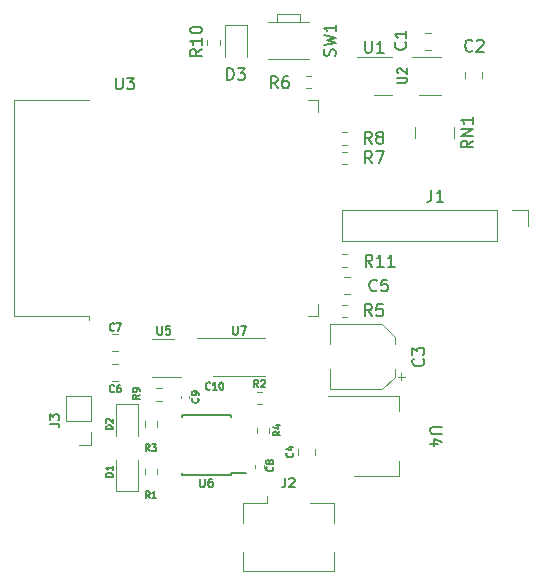
<source format=gbr>
%TF.GenerationSoftware,KiCad,Pcbnew,(5.1.10-1-10_14)*%
%TF.CreationDate,2021-06-21T19:24:18+01:00*%
%TF.ProjectId,IAQ_Project,4941515f-5072-46f6-9a65-63742e6b6963,rev?*%
%TF.SameCoordinates,Original*%
%TF.FileFunction,Legend,Top*%
%TF.FilePolarity,Positive*%
%FSLAX46Y46*%
G04 Gerber Fmt 4.6, Leading zero omitted, Abs format (unit mm)*
G04 Created by KiCad (PCBNEW (5.1.10-1-10_14)) date 2021-06-21 19:24:18*
%MOMM*%
%LPD*%
G01*
G04 APERTURE LIST*
%ADD10C,0.120000*%
%ADD11C,0.150000*%
G04 APERTURE END LIST*
D10*
%TO.C,U3*%
X68355000Y-100820000D02*
X69135000Y-100820000D01*
X69135000Y-100820000D02*
X69135000Y-99820000D01*
X68355000Y-82580000D02*
X69135000Y-82580000D01*
X69135000Y-82580000D02*
X69135000Y-83580000D01*
X43390000Y-100820000D02*
X43390000Y-82580000D01*
X43390000Y-82580000D02*
X49810000Y-82580000D01*
X43390000Y-100820000D02*
X49810000Y-100820000D01*
X49810000Y-100820000D02*
X49810000Y-101200000D01*
%TO.C,U1*%
X72425000Y-78940000D02*
X75425000Y-78940000D01*
X73925000Y-82160000D02*
X75425000Y-82160000D01*
%TO.C,U2*%
X79550000Y-78940000D02*
X77100000Y-78940000D01*
X77750000Y-82160000D02*
X79550000Y-82160000D01*
%TO.C,U4*%
X76010000Y-114410000D02*
X76010000Y-113150000D01*
X76010000Y-107590000D02*
X76010000Y-108850000D01*
X72250000Y-114410000D02*
X76010000Y-114410000D01*
X70000000Y-107590000D02*
X76010000Y-107590000D01*
%TO.C,C3*%
X76212500Y-106297500D02*
X76212500Y-105672500D01*
X76525000Y-105985000D02*
X75900000Y-105985000D01*
X75660000Y-102604437D02*
X74595563Y-101540000D01*
X75660000Y-105995563D02*
X74595563Y-107060000D01*
X75660000Y-105995563D02*
X75660000Y-105360000D01*
X75660000Y-102604437D02*
X75660000Y-103240000D01*
X74595563Y-101540000D02*
X70140000Y-101540000D01*
X74595563Y-107060000D02*
X70140000Y-107060000D01*
X70140000Y-107060000D02*
X70140000Y-105360000D01*
X70140000Y-101540000D02*
X70140000Y-103240000D01*
%TO.C,C1*%
X78188748Y-76840000D02*
X78711252Y-76840000D01*
X78188748Y-78310000D02*
X78711252Y-78310000D01*
%TO.C,C2*%
X81615000Y-80188748D02*
X81615000Y-80711252D01*
X83085000Y-80188748D02*
X83085000Y-80711252D01*
%TO.C,C4*%
X68935000Y-112611252D02*
X68935000Y-112088748D01*
X67465000Y-112611252D02*
X67465000Y-112088748D01*
%TO.C,C5*%
X71861252Y-98985000D02*
X71338748Y-98985000D01*
X71861252Y-97515000D02*
X71338748Y-97515000D01*
%TO.C,C6*%
X51738748Y-106335000D02*
X52261252Y-106335000D01*
X51738748Y-104865000D02*
X52261252Y-104865000D01*
%TO.C,C7*%
X52261252Y-103835000D02*
X51738748Y-103835000D01*
X52261252Y-102365000D02*
X51738748Y-102365000D01*
%TO.C,C8*%
X63840000Y-113677836D02*
X63840000Y-113462164D01*
X64560000Y-113677836D02*
X64560000Y-113462164D01*
%TO.C,C9*%
X57540000Y-107592164D02*
X57540000Y-107807836D01*
X58260000Y-107592164D02*
X58260000Y-107807836D01*
%TO.C,D1*%
X52040000Y-113000000D02*
X52040000Y-115685000D01*
X52040000Y-115685000D02*
X53960000Y-115685000D01*
X53960000Y-115685000D02*
X53960000Y-113000000D01*
%TO.C,D2*%
X52040000Y-108315000D02*
X52040000Y-111000000D01*
X53960000Y-108315000D02*
X52040000Y-108315000D01*
X53960000Y-111000000D02*
X53960000Y-108315000D01*
%TO.C,D3*%
X63190000Y-78880000D02*
X63190000Y-76195000D01*
X63190000Y-76195000D02*
X61270000Y-76195000D01*
X61270000Y-76195000D02*
X61270000Y-78880000D01*
%TO.C,J2*%
X62790000Y-118350000D02*
X62790000Y-116640000D01*
X62790000Y-116640000D02*
X64850000Y-116640000D01*
X70510000Y-118350000D02*
X70510000Y-116640000D01*
X70510000Y-116640000D02*
X68450000Y-116640000D01*
X62790000Y-122460000D02*
X62790000Y-120850000D01*
X64850000Y-116640000D02*
X64850000Y-116050000D01*
X70510000Y-122460000D02*
X70510000Y-120850000D01*
X62790000Y-122460000D02*
X70510000Y-122460000D01*
%TO.C,R1*%
X54477500Y-114237258D02*
X54477500Y-113762742D01*
X55522500Y-114237258D02*
X55522500Y-113762742D01*
%TO.C,R2*%
X63962742Y-107277500D02*
X64437258Y-107277500D01*
X63962742Y-108322500D02*
X64437258Y-108322500D01*
%TO.C,R3*%
X54477500Y-109762742D02*
X54477500Y-110237258D01*
X55522500Y-109762742D02*
X55522500Y-110237258D01*
%TO.C,R4*%
X65022500Y-110312742D02*
X65022500Y-110787258D01*
X63977500Y-110312742D02*
X63977500Y-110787258D01*
%TO.C,R5*%
X71162742Y-100922500D02*
X71637258Y-100922500D01*
X71162742Y-99877500D02*
X71637258Y-99877500D01*
%TO.C,R6*%
X68112742Y-80527500D02*
X68587258Y-80527500D01*
X68112742Y-81572500D02*
X68587258Y-81572500D01*
%TO.C,R7*%
X71162742Y-86927500D02*
X71637258Y-86927500D01*
X71162742Y-87972500D02*
X71637258Y-87972500D01*
%TO.C,R8*%
X71162742Y-86322500D02*
X71637258Y-86322500D01*
X71162742Y-85277500D02*
X71637258Y-85277500D01*
%TO.C,R9*%
X55462742Y-108022500D02*
X55937258Y-108022500D01*
X55462742Y-106977500D02*
X55937258Y-106977500D01*
%TO.C,R10*%
X60822500Y-77937258D02*
X60822500Y-77462742D01*
X59777500Y-77937258D02*
X59777500Y-77462742D01*
%TO.C,R11*%
X71162742Y-95627500D02*
X71637258Y-95627500D01*
X71162742Y-96672500D02*
X71637258Y-96672500D01*
%TO.C,SW1*%
X65700000Y-75950000D02*
X65700000Y-75300000D01*
X65700000Y-75300000D02*
X67600000Y-75300000D01*
X67600000Y-75300000D02*
X67600000Y-75950000D01*
X68400000Y-79050000D02*
X64900000Y-79050000D01*
X64900000Y-75950000D02*
X68400000Y-75950000D01*
%TO.C,U5*%
X56940000Y-102790000D02*
X55140000Y-102790000D01*
X55140000Y-106010000D02*
X57590000Y-106010000D01*
D11*
%TO.C,U6*%
X61765000Y-114335000D02*
X61765000Y-114135000D01*
X57615000Y-114335000D02*
X57615000Y-114135000D01*
X57615000Y-109185000D02*
X57615000Y-109385000D01*
X61765000Y-109185000D02*
X61765000Y-109385000D01*
X61765000Y-114335000D02*
X57615000Y-114335000D01*
X61765000Y-109185000D02*
X57615000Y-109185000D01*
X61765000Y-114135000D02*
X63065000Y-114135000D01*
D10*
%TO.C,U7*%
X62500000Y-105910000D02*
X64700000Y-105910000D01*
X62500000Y-105910000D02*
X60300000Y-105910000D01*
X62500000Y-102690000D02*
X64700000Y-102690000D01*
X62500000Y-102690000D02*
X58900000Y-102690000D01*
%TO.C,J3*%
X49960000Y-111760000D02*
X48900000Y-111760000D01*
X49960000Y-110700000D02*
X49960000Y-111760000D01*
X49960000Y-109700000D02*
X47840000Y-109700000D01*
X47840000Y-109700000D02*
X47840000Y-107640000D01*
X49960000Y-109700000D02*
X49960000Y-107640000D01*
X49960000Y-107640000D02*
X47840000Y-107640000D01*
%TO.C,J1*%
X71175000Y-91840000D02*
X71175000Y-94500000D01*
X84335000Y-91860000D02*
X71275000Y-91860000D01*
X84335000Y-94520000D02*
X71175000Y-94500000D01*
X84335000Y-91860000D02*
X84335000Y-94520000D01*
X85605000Y-91860000D02*
X86935000Y-91860000D01*
X86935000Y-91860000D02*
X86935000Y-93190000D01*
%TO.C,RN1*%
X80705000Y-85800000D02*
X80705000Y-84800000D01*
X77345000Y-85800000D02*
X77345000Y-84800000D01*
%TO.C,U3*%
D11*
X52038095Y-80652380D02*
X52038095Y-81461904D01*
X52085714Y-81557142D01*
X52133333Y-81604761D01*
X52228571Y-81652380D01*
X52419047Y-81652380D01*
X52514285Y-81604761D01*
X52561904Y-81557142D01*
X52609523Y-81461904D01*
X52609523Y-80652380D01*
X52990476Y-80652380D02*
X53609523Y-80652380D01*
X53276190Y-81033333D01*
X53419047Y-81033333D01*
X53514285Y-81080952D01*
X53561904Y-81128571D01*
X53609523Y-81223809D01*
X53609523Y-81461904D01*
X53561904Y-81557142D01*
X53514285Y-81604761D01*
X53419047Y-81652380D01*
X53133333Y-81652380D01*
X53038095Y-81604761D01*
X52990476Y-81557142D01*
%TO.C,U1*%
X73138095Y-77552380D02*
X73138095Y-78361904D01*
X73185714Y-78457142D01*
X73233333Y-78504761D01*
X73328571Y-78552380D01*
X73519047Y-78552380D01*
X73614285Y-78504761D01*
X73661904Y-78457142D01*
X73709523Y-78361904D01*
X73709523Y-77552380D01*
X74709523Y-78552380D02*
X74138095Y-78552380D01*
X74423809Y-78552380D02*
X74423809Y-77552380D01*
X74328571Y-77695238D01*
X74233333Y-77790476D01*
X74138095Y-77838095D01*
%TO.C,U2*%
X75861904Y-81109523D02*
X76509523Y-81109523D01*
X76585714Y-81071428D01*
X76623809Y-81033333D01*
X76661904Y-80957142D01*
X76661904Y-80804761D01*
X76623809Y-80728571D01*
X76585714Y-80690476D01*
X76509523Y-80652380D01*
X75861904Y-80652380D01*
X75938095Y-80309523D02*
X75900000Y-80271428D01*
X75861904Y-80195238D01*
X75861904Y-80004761D01*
X75900000Y-79928571D01*
X75938095Y-79890476D01*
X76014285Y-79852380D01*
X76090476Y-79852380D01*
X76204761Y-79890476D01*
X76661904Y-80347619D01*
X76661904Y-79852380D01*
%TO.C,U4*%
X79647619Y-110238095D02*
X78838095Y-110238095D01*
X78742857Y-110285714D01*
X78695238Y-110333333D01*
X78647619Y-110428571D01*
X78647619Y-110619047D01*
X78695238Y-110714285D01*
X78742857Y-110761904D01*
X78838095Y-110809523D01*
X79647619Y-110809523D01*
X79314285Y-111714285D02*
X78647619Y-111714285D01*
X79695238Y-111476190D02*
X78980952Y-111238095D01*
X78980952Y-111857142D01*
%TO.C,C3*%
X78057142Y-104466666D02*
X78104761Y-104514285D01*
X78152380Y-104657142D01*
X78152380Y-104752380D01*
X78104761Y-104895238D01*
X78009523Y-104990476D01*
X77914285Y-105038095D01*
X77723809Y-105085714D01*
X77580952Y-105085714D01*
X77390476Y-105038095D01*
X77295238Y-104990476D01*
X77200000Y-104895238D01*
X77152380Y-104752380D01*
X77152380Y-104657142D01*
X77200000Y-104514285D01*
X77247619Y-104466666D01*
X77152380Y-104133333D02*
X77152380Y-103514285D01*
X77533333Y-103847619D01*
X77533333Y-103704761D01*
X77580952Y-103609523D01*
X77628571Y-103561904D01*
X77723809Y-103514285D01*
X77961904Y-103514285D01*
X78057142Y-103561904D01*
X78104761Y-103609523D01*
X78152380Y-103704761D01*
X78152380Y-103990476D01*
X78104761Y-104085714D01*
X78057142Y-104133333D01*
%TO.C,C1*%
X76557142Y-77666666D02*
X76604761Y-77714285D01*
X76652380Y-77857142D01*
X76652380Y-77952380D01*
X76604761Y-78095238D01*
X76509523Y-78190476D01*
X76414285Y-78238095D01*
X76223809Y-78285714D01*
X76080952Y-78285714D01*
X75890476Y-78238095D01*
X75795238Y-78190476D01*
X75700000Y-78095238D01*
X75652380Y-77952380D01*
X75652380Y-77857142D01*
X75700000Y-77714285D01*
X75747619Y-77666666D01*
X76652380Y-76714285D02*
X76652380Y-77285714D01*
X76652380Y-77000000D02*
X75652380Y-77000000D01*
X75795238Y-77095238D01*
X75890476Y-77190476D01*
X75938095Y-77285714D01*
%TO.C,C2*%
X82233333Y-78357142D02*
X82185714Y-78404761D01*
X82042857Y-78452380D01*
X81947619Y-78452380D01*
X81804761Y-78404761D01*
X81709523Y-78309523D01*
X81661904Y-78214285D01*
X81614285Y-78023809D01*
X81614285Y-77880952D01*
X81661904Y-77690476D01*
X81709523Y-77595238D01*
X81804761Y-77500000D01*
X81947619Y-77452380D01*
X82042857Y-77452380D01*
X82185714Y-77500000D01*
X82233333Y-77547619D01*
X82614285Y-77547619D02*
X82661904Y-77500000D01*
X82757142Y-77452380D01*
X82995238Y-77452380D01*
X83090476Y-77500000D01*
X83138095Y-77547619D01*
X83185714Y-77642857D01*
X83185714Y-77738095D01*
X83138095Y-77880952D01*
X82566666Y-78452380D01*
X83185714Y-78452380D01*
%TO.C,C4*%
X67014285Y-112450000D02*
X67042857Y-112478571D01*
X67071428Y-112564285D01*
X67071428Y-112621428D01*
X67042857Y-112707142D01*
X66985714Y-112764285D01*
X66928571Y-112792857D01*
X66814285Y-112821428D01*
X66728571Y-112821428D01*
X66614285Y-112792857D01*
X66557142Y-112764285D01*
X66500000Y-112707142D01*
X66471428Y-112621428D01*
X66471428Y-112564285D01*
X66500000Y-112478571D01*
X66528571Y-112450000D01*
X66671428Y-111935714D02*
X67071428Y-111935714D01*
X66442857Y-112078571D02*
X66871428Y-112221428D01*
X66871428Y-111850000D01*
%TO.C,C5*%
X74133333Y-98657142D02*
X74085714Y-98704761D01*
X73942857Y-98752380D01*
X73847619Y-98752380D01*
X73704761Y-98704761D01*
X73609523Y-98609523D01*
X73561904Y-98514285D01*
X73514285Y-98323809D01*
X73514285Y-98180952D01*
X73561904Y-97990476D01*
X73609523Y-97895238D01*
X73704761Y-97800000D01*
X73847619Y-97752380D01*
X73942857Y-97752380D01*
X74085714Y-97800000D01*
X74133333Y-97847619D01*
X75038095Y-97752380D02*
X74561904Y-97752380D01*
X74514285Y-98228571D01*
X74561904Y-98180952D01*
X74657142Y-98133333D01*
X74895238Y-98133333D01*
X74990476Y-98180952D01*
X75038095Y-98228571D01*
X75085714Y-98323809D01*
X75085714Y-98561904D01*
X75038095Y-98657142D01*
X74990476Y-98704761D01*
X74895238Y-98752380D01*
X74657142Y-98752380D01*
X74561904Y-98704761D01*
X74514285Y-98657142D01*
%TO.C,C6*%
X51900000Y-107214285D02*
X51871428Y-107242857D01*
X51785714Y-107271428D01*
X51728571Y-107271428D01*
X51642857Y-107242857D01*
X51585714Y-107185714D01*
X51557142Y-107128571D01*
X51528571Y-107014285D01*
X51528571Y-106928571D01*
X51557142Y-106814285D01*
X51585714Y-106757142D01*
X51642857Y-106700000D01*
X51728571Y-106671428D01*
X51785714Y-106671428D01*
X51871428Y-106700000D01*
X51900000Y-106728571D01*
X52414285Y-106671428D02*
X52300000Y-106671428D01*
X52242857Y-106700000D01*
X52214285Y-106728571D01*
X52157142Y-106814285D01*
X52128571Y-106928571D01*
X52128571Y-107157142D01*
X52157142Y-107214285D01*
X52185714Y-107242857D01*
X52242857Y-107271428D01*
X52357142Y-107271428D01*
X52414285Y-107242857D01*
X52442857Y-107214285D01*
X52471428Y-107157142D01*
X52471428Y-107014285D01*
X52442857Y-106957142D01*
X52414285Y-106928571D01*
X52357142Y-106900000D01*
X52242857Y-106900000D01*
X52185714Y-106928571D01*
X52157142Y-106957142D01*
X52128571Y-107014285D01*
%TO.C,C7*%
X51900000Y-102014285D02*
X51871428Y-102042857D01*
X51785714Y-102071428D01*
X51728571Y-102071428D01*
X51642857Y-102042857D01*
X51585714Y-101985714D01*
X51557142Y-101928571D01*
X51528571Y-101814285D01*
X51528571Y-101728571D01*
X51557142Y-101614285D01*
X51585714Y-101557142D01*
X51642857Y-101500000D01*
X51728571Y-101471428D01*
X51785714Y-101471428D01*
X51871428Y-101500000D01*
X51900000Y-101528571D01*
X52100000Y-101471428D02*
X52500000Y-101471428D01*
X52242857Y-102071428D01*
%TO.C,C8*%
X65314285Y-113600000D02*
X65342857Y-113628571D01*
X65371428Y-113714285D01*
X65371428Y-113771428D01*
X65342857Y-113857142D01*
X65285714Y-113914285D01*
X65228571Y-113942857D01*
X65114285Y-113971428D01*
X65028571Y-113971428D01*
X64914285Y-113942857D01*
X64857142Y-113914285D01*
X64800000Y-113857142D01*
X64771428Y-113771428D01*
X64771428Y-113714285D01*
X64800000Y-113628571D01*
X64828571Y-113600000D01*
X65028571Y-113257142D02*
X65000000Y-113314285D01*
X64971428Y-113342857D01*
X64914285Y-113371428D01*
X64885714Y-113371428D01*
X64828571Y-113342857D01*
X64800000Y-113314285D01*
X64771428Y-113257142D01*
X64771428Y-113142857D01*
X64800000Y-113085714D01*
X64828571Y-113057142D01*
X64885714Y-113028571D01*
X64914285Y-113028571D01*
X64971428Y-113057142D01*
X65000000Y-113085714D01*
X65028571Y-113142857D01*
X65028571Y-113257142D01*
X65057142Y-113314285D01*
X65085714Y-113342857D01*
X65142857Y-113371428D01*
X65257142Y-113371428D01*
X65314285Y-113342857D01*
X65342857Y-113314285D01*
X65371428Y-113257142D01*
X65371428Y-113142857D01*
X65342857Y-113085714D01*
X65314285Y-113057142D01*
X65257142Y-113028571D01*
X65142857Y-113028571D01*
X65085714Y-113057142D01*
X65057142Y-113085714D01*
X65028571Y-113142857D01*
%TO.C,C9*%
X59014285Y-107800000D02*
X59042857Y-107828571D01*
X59071428Y-107914285D01*
X59071428Y-107971428D01*
X59042857Y-108057142D01*
X58985714Y-108114285D01*
X58928571Y-108142857D01*
X58814285Y-108171428D01*
X58728571Y-108171428D01*
X58614285Y-108142857D01*
X58557142Y-108114285D01*
X58500000Y-108057142D01*
X58471428Y-107971428D01*
X58471428Y-107914285D01*
X58500000Y-107828571D01*
X58528571Y-107800000D01*
X59071428Y-107514285D02*
X59071428Y-107400000D01*
X59042857Y-107342857D01*
X59014285Y-107314285D01*
X58928571Y-107257142D01*
X58814285Y-107228571D01*
X58585714Y-107228571D01*
X58528571Y-107257142D01*
X58500000Y-107285714D01*
X58471428Y-107342857D01*
X58471428Y-107457142D01*
X58500000Y-107514285D01*
X58528571Y-107542857D01*
X58585714Y-107571428D01*
X58728571Y-107571428D01*
X58785714Y-107542857D01*
X58814285Y-107514285D01*
X58842857Y-107457142D01*
X58842857Y-107342857D01*
X58814285Y-107285714D01*
X58785714Y-107257142D01*
X58728571Y-107228571D01*
%TO.C,C10*%
X60014285Y-107014285D02*
X59985714Y-107042857D01*
X59900000Y-107071428D01*
X59842857Y-107071428D01*
X59757142Y-107042857D01*
X59700000Y-106985714D01*
X59671428Y-106928571D01*
X59642857Y-106814285D01*
X59642857Y-106728571D01*
X59671428Y-106614285D01*
X59700000Y-106557142D01*
X59757142Y-106500000D01*
X59842857Y-106471428D01*
X59900000Y-106471428D01*
X59985714Y-106500000D01*
X60014285Y-106528571D01*
X60585714Y-107071428D02*
X60242857Y-107071428D01*
X60414285Y-107071428D02*
X60414285Y-106471428D01*
X60357142Y-106557142D01*
X60300000Y-106614285D01*
X60242857Y-106642857D01*
X60957142Y-106471428D02*
X61014285Y-106471428D01*
X61071428Y-106500000D01*
X61100000Y-106528571D01*
X61128571Y-106585714D01*
X61157142Y-106700000D01*
X61157142Y-106842857D01*
X61128571Y-106957142D01*
X61100000Y-107014285D01*
X61071428Y-107042857D01*
X61014285Y-107071428D01*
X60957142Y-107071428D01*
X60900000Y-107042857D01*
X60871428Y-107014285D01*
X60842857Y-106957142D01*
X60814285Y-106842857D01*
X60814285Y-106700000D01*
X60842857Y-106585714D01*
X60871428Y-106528571D01*
X60900000Y-106500000D01*
X60957142Y-106471428D01*
%TO.C,D1*%
X51771428Y-114442857D02*
X51171428Y-114442857D01*
X51171428Y-114300000D01*
X51200000Y-114214285D01*
X51257142Y-114157142D01*
X51314285Y-114128571D01*
X51428571Y-114100000D01*
X51514285Y-114100000D01*
X51628571Y-114128571D01*
X51685714Y-114157142D01*
X51742857Y-114214285D01*
X51771428Y-114300000D01*
X51771428Y-114442857D01*
X51771428Y-113528571D02*
X51771428Y-113871428D01*
X51771428Y-113700000D02*
X51171428Y-113700000D01*
X51257142Y-113757142D01*
X51314285Y-113814285D01*
X51342857Y-113871428D01*
%TO.C,D2*%
X51771428Y-110442857D02*
X51171428Y-110442857D01*
X51171428Y-110300000D01*
X51200000Y-110214285D01*
X51257142Y-110157142D01*
X51314285Y-110128571D01*
X51428571Y-110100000D01*
X51514285Y-110100000D01*
X51628571Y-110128571D01*
X51685714Y-110157142D01*
X51742857Y-110214285D01*
X51771428Y-110300000D01*
X51771428Y-110442857D01*
X51228571Y-109871428D02*
X51200000Y-109842857D01*
X51171428Y-109785714D01*
X51171428Y-109642857D01*
X51200000Y-109585714D01*
X51228571Y-109557142D01*
X51285714Y-109528571D01*
X51342857Y-109528571D01*
X51428571Y-109557142D01*
X51771428Y-109900000D01*
X51771428Y-109528571D01*
%TO.C,D3*%
X61461904Y-80852380D02*
X61461904Y-79852380D01*
X61700000Y-79852380D01*
X61842857Y-79900000D01*
X61938095Y-79995238D01*
X61985714Y-80090476D01*
X62033333Y-80280952D01*
X62033333Y-80423809D01*
X61985714Y-80614285D01*
X61938095Y-80709523D01*
X61842857Y-80804761D01*
X61700000Y-80852380D01*
X61461904Y-80852380D01*
X62366666Y-79852380D02*
X62985714Y-79852380D01*
X62652380Y-80233333D01*
X62795238Y-80233333D01*
X62890476Y-80280952D01*
X62938095Y-80328571D01*
X62985714Y-80423809D01*
X62985714Y-80661904D01*
X62938095Y-80757142D01*
X62890476Y-80804761D01*
X62795238Y-80852380D01*
X62509523Y-80852380D01*
X62414285Y-80804761D01*
X62366666Y-80757142D01*
%TO.C,J2*%
X66383333Y-114561904D02*
X66383333Y-115133333D01*
X66345238Y-115247619D01*
X66269047Y-115323809D01*
X66154761Y-115361904D01*
X66078571Y-115361904D01*
X66726190Y-114638095D02*
X66764285Y-114600000D01*
X66840476Y-114561904D01*
X67030952Y-114561904D01*
X67107142Y-114600000D01*
X67145238Y-114638095D01*
X67183333Y-114714285D01*
X67183333Y-114790476D01*
X67145238Y-114904761D01*
X66688095Y-115361904D01*
X67183333Y-115361904D01*
%TO.C,R1*%
X54900000Y-116271428D02*
X54700000Y-115985714D01*
X54557142Y-116271428D02*
X54557142Y-115671428D01*
X54785714Y-115671428D01*
X54842857Y-115700000D01*
X54871428Y-115728571D01*
X54900000Y-115785714D01*
X54900000Y-115871428D01*
X54871428Y-115928571D01*
X54842857Y-115957142D01*
X54785714Y-115985714D01*
X54557142Y-115985714D01*
X55471428Y-116271428D02*
X55128571Y-116271428D01*
X55300000Y-116271428D02*
X55300000Y-115671428D01*
X55242857Y-115757142D01*
X55185714Y-115814285D01*
X55128571Y-115842857D01*
%TO.C,R2*%
X64100000Y-106871428D02*
X63900000Y-106585714D01*
X63757142Y-106871428D02*
X63757142Y-106271428D01*
X63985714Y-106271428D01*
X64042857Y-106300000D01*
X64071428Y-106328571D01*
X64100000Y-106385714D01*
X64100000Y-106471428D01*
X64071428Y-106528571D01*
X64042857Y-106557142D01*
X63985714Y-106585714D01*
X63757142Y-106585714D01*
X64328571Y-106328571D02*
X64357142Y-106300000D01*
X64414285Y-106271428D01*
X64557142Y-106271428D01*
X64614285Y-106300000D01*
X64642857Y-106328571D01*
X64671428Y-106385714D01*
X64671428Y-106442857D01*
X64642857Y-106528571D01*
X64300000Y-106871428D01*
X64671428Y-106871428D01*
%TO.C,R3*%
X54900000Y-112271428D02*
X54700000Y-111985714D01*
X54557142Y-112271428D02*
X54557142Y-111671428D01*
X54785714Y-111671428D01*
X54842857Y-111700000D01*
X54871428Y-111728571D01*
X54900000Y-111785714D01*
X54900000Y-111871428D01*
X54871428Y-111928571D01*
X54842857Y-111957142D01*
X54785714Y-111985714D01*
X54557142Y-111985714D01*
X55100000Y-111671428D02*
X55471428Y-111671428D01*
X55271428Y-111900000D01*
X55357142Y-111900000D01*
X55414285Y-111928571D01*
X55442857Y-111957142D01*
X55471428Y-112014285D01*
X55471428Y-112157142D01*
X55442857Y-112214285D01*
X55414285Y-112242857D01*
X55357142Y-112271428D01*
X55185714Y-112271428D01*
X55128571Y-112242857D01*
X55100000Y-112214285D01*
%TO.C,R4*%
X65971428Y-110600000D02*
X65685714Y-110800000D01*
X65971428Y-110942857D02*
X65371428Y-110942857D01*
X65371428Y-110714285D01*
X65400000Y-110657142D01*
X65428571Y-110628571D01*
X65485714Y-110600000D01*
X65571428Y-110600000D01*
X65628571Y-110628571D01*
X65657142Y-110657142D01*
X65685714Y-110714285D01*
X65685714Y-110942857D01*
X65571428Y-110085714D02*
X65971428Y-110085714D01*
X65342857Y-110228571D02*
X65771428Y-110371428D01*
X65771428Y-110000000D01*
%TO.C,R5*%
X73733333Y-100852380D02*
X73400000Y-100376190D01*
X73161904Y-100852380D02*
X73161904Y-99852380D01*
X73542857Y-99852380D01*
X73638095Y-99900000D01*
X73685714Y-99947619D01*
X73733333Y-100042857D01*
X73733333Y-100185714D01*
X73685714Y-100280952D01*
X73638095Y-100328571D01*
X73542857Y-100376190D01*
X73161904Y-100376190D01*
X74638095Y-99852380D02*
X74161904Y-99852380D01*
X74114285Y-100328571D01*
X74161904Y-100280952D01*
X74257142Y-100233333D01*
X74495238Y-100233333D01*
X74590476Y-100280952D01*
X74638095Y-100328571D01*
X74685714Y-100423809D01*
X74685714Y-100661904D01*
X74638095Y-100757142D01*
X74590476Y-100804761D01*
X74495238Y-100852380D01*
X74257142Y-100852380D01*
X74161904Y-100804761D01*
X74114285Y-100757142D01*
%TO.C,R6*%
X65733333Y-81552380D02*
X65400000Y-81076190D01*
X65161904Y-81552380D02*
X65161904Y-80552380D01*
X65542857Y-80552380D01*
X65638095Y-80600000D01*
X65685714Y-80647619D01*
X65733333Y-80742857D01*
X65733333Y-80885714D01*
X65685714Y-80980952D01*
X65638095Y-81028571D01*
X65542857Y-81076190D01*
X65161904Y-81076190D01*
X66590476Y-80552380D02*
X66400000Y-80552380D01*
X66304761Y-80600000D01*
X66257142Y-80647619D01*
X66161904Y-80790476D01*
X66114285Y-80980952D01*
X66114285Y-81361904D01*
X66161904Y-81457142D01*
X66209523Y-81504761D01*
X66304761Y-81552380D01*
X66495238Y-81552380D01*
X66590476Y-81504761D01*
X66638095Y-81457142D01*
X66685714Y-81361904D01*
X66685714Y-81123809D01*
X66638095Y-81028571D01*
X66590476Y-80980952D01*
X66495238Y-80933333D01*
X66304761Y-80933333D01*
X66209523Y-80980952D01*
X66161904Y-81028571D01*
X66114285Y-81123809D01*
%TO.C,R7*%
X73733333Y-87902380D02*
X73400000Y-87426190D01*
X73161904Y-87902380D02*
X73161904Y-86902380D01*
X73542857Y-86902380D01*
X73638095Y-86950000D01*
X73685714Y-86997619D01*
X73733333Y-87092857D01*
X73733333Y-87235714D01*
X73685714Y-87330952D01*
X73638095Y-87378571D01*
X73542857Y-87426190D01*
X73161904Y-87426190D01*
X74066666Y-86902380D02*
X74733333Y-86902380D01*
X74304761Y-87902380D01*
%TO.C,R8*%
X73733333Y-86252380D02*
X73400000Y-85776190D01*
X73161904Y-86252380D02*
X73161904Y-85252380D01*
X73542857Y-85252380D01*
X73638095Y-85300000D01*
X73685714Y-85347619D01*
X73733333Y-85442857D01*
X73733333Y-85585714D01*
X73685714Y-85680952D01*
X73638095Y-85728571D01*
X73542857Y-85776190D01*
X73161904Y-85776190D01*
X74304761Y-85680952D02*
X74209523Y-85633333D01*
X74161904Y-85585714D01*
X74114285Y-85490476D01*
X74114285Y-85442857D01*
X74161904Y-85347619D01*
X74209523Y-85300000D01*
X74304761Y-85252380D01*
X74495238Y-85252380D01*
X74590476Y-85300000D01*
X74638095Y-85347619D01*
X74685714Y-85442857D01*
X74685714Y-85490476D01*
X74638095Y-85585714D01*
X74590476Y-85633333D01*
X74495238Y-85680952D01*
X74304761Y-85680952D01*
X74209523Y-85728571D01*
X74161904Y-85776190D01*
X74114285Y-85871428D01*
X74114285Y-86061904D01*
X74161904Y-86157142D01*
X74209523Y-86204761D01*
X74304761Y-86252380D01*
X74495238Y-86252380D01*
X74590476Y-86204761D01*
X74638095Y-86157142D01*
X74685714Y-86061904D01*
X74685714Y-85871428D01*
X74638095Y-85776190D01*
X74590476Y-85728571D01*
X74495238Y-85680952D01*
%TO.C,R9*%
X54071428Y-107500000D02*
X53785714Y-107700000D01*
X54071428Y-107842857D02*
X53471428Y-107842857D01*
X53471428Y-107614285D01*
X53500000Y-107557142D01*
X53528571Y-107528571D01*
X53585714Y-107500000D01*
X53671428Y-107500000D01*
X53728571Y-107528571D01*
X53757142Y-107557142D01*
X53785714Y-107614285D01*
X53785714Y-107842857D01*
X54071428Y-107214285D02*
X54071428Y-107100000D01*
X54042857Y-107042857D01*
X54014285Y-107014285D01*
X53928571Y-106957142D01*
X53814285Y-106928571D01*
X53585714Y-106928571D01*
X53528571Y-106957142D01*
X53500000Y-106985714D01*
X53471428Y-107042857D01*
X53471428Y-107157142D01*
X53500000Y-107214285D01*
X53528571Y-107242857D01*
X53585714Y-107271428D01*
X53728571Y-107271428D01*
X53785714Y-107242857D01*
X53814285Y-107214285D01*
X53842857Y-107157142D01*
X53842857Y-107042857D01*
X53814285Y-106985714D01*
X53785714Y-106957142D01*
X53728571Y-106928571D01*
%TO.C,R10*%
X59322380Y-78242857D02*
X58846190Y-78576190D01*
X59322380Y-78814285D02*
X58322380Y-78814285D01*
X58322380Y-78433333D01*
X58370000Y-78338095D01*
X58417619Y-78290476D01*
X58512857Y-78242857D01*
X58655714Y-78242857D01*
X58750952Y-78290476D01*
X58798571Y-78338095D01*
X58846190Y-78433333D01*
X58846190Y-78814285D01*
X59322380Y-77290476D02*
X59322380Y-77861904D01*
X59322380Y-77576190D02*
X58322380Y-77576190D01*
X58465238Y-77671428D01*
X58560476Y-77766666D01*
X58608095Y-77861904D01*
X58322380Y-76671428D02*
X58322380Y-76576190D01*
X58370000Y-76480952D01*
X58417619Y-76433333D01*
X58512857Y-76385714D01*
X58703333Y-76338095D01*
X58941428Y-76338095D01*
X59131904Y-76385714D01*
X59227142Y-76433333D01*
X59274761Y-76480952D01*
X59322380Y-76576190D01*
X59322380Y-76671428D01*
X59274761Y-76766666D01*
X59227142Y-76814285D01*
X59131904Y-76861904D01*
X58941428Y-76909523D01*
X58703333Y-76909523D01*
X58512857Y-76861904D01*
X58417619Y-76814285D01*
X58370000Y-76766666D01*
X58322380Y-76671428D01*
%TO.C,R11*%
X73757142Y-96652380D02*
X73423809Y-96176190D01*
X73185714Y-96652380D02*
X73185714Y-95652380D01*
X73566666Y-95652380D01*
X73661904Y-95700000D01*
X73709523Y-95747619D01*
X73757142Y-95842857D01*
X73757142Y-95985714D01*
X73709523Y-96080952D01*
X73661904Y-96128571D01*
X73566666Y-96176190D01*
X73185714Y-96176190D01*
X74709523Y-96652380D02*
X74138095Y-96652380D01*
X74423809Y-96652380D02*
X74423809Y-95652380D01*
X74328571Y-95795238D01*
X74233333Y-95890476D01*
X74138095Y-95938095D01*
X75661904Y-96652380D02*
X75090476Y-96652380D01*
X75376190Y-96652380D02*
X75376190Y-95652380D01*
X75280952Y-95795238D01*
X75185714Y-95890476D01*
X75090476Y-95938095D01*
%TO.C,SW1*%
X70604761Y-78833333D02*
X70652380Y-78690476D01*
X70652380Y-78452380D01*
X70604761Y-78357142D01*
X70557142Y-78309523D01*
X70461904Y-78261904D01*
X70366666Y-78261904D01*
X70271428Y-78309523D01*
X70223809Y-78357142D01*
X70176190Y-78452380D01*
X70128571Y-78642857D01*
X70080952Y-78738095D01*
X70033333Y-78785714D01*
X69938095Y-78833333D01*
X69842857Y-78833333D01*
X69747619Y-78785714D01*
X69700000Y-78738095D01*
X69652380Y-78642857D01*
X69652380Y-78404761D01*
X69700000Y-78261904D01*
X69652380Y-77928571D02*
X70652380Y-77690476D01*
X69938095Y-77500000D01*
X70652380Y-77309523D01*
X69652380Y-77071428D01*
X70652380Y-76166666D02*
X70652380Y-76738095D01*
X70652380Y-76452380D02*
X69652380Y-76452380D01*
X69795238Y-76547619D01*
X69890476Y-76642857D01*
X69938095Y-76738095D01*
%TO.C,U5*%
X55566666Y-101716666D02*
X55566666Y-102283333D01*
X55600000Y-102350000D01*
X55633333Y-102383333D01*
X55700000Y-102416666D01*
X55833333Y-102416666D01*
X55900000Y-102383333D01*
X55933333Y-102350000D01*
X55966666Y-102283333D01*
X55966666Y-101716666D01*
X56633333Y-101716666D02*
X56300000Y-101716666D01*
X56266666Y-102050000D01*
X56300000Y-102016666D01*
X56366666Y-101983333D01*
X56533333Y-101983333D01*
X56600000Y-102016666D01*
X56633333Y-102050000D01*
X56666666Y-102116666D01*
X56666666Y-102283333D01*
X56633333Y-102350000D01*
X56600000Y-102383333D01*
X56533333Y-102416666D01*
X56366666Y-102416666D01*
X56300000Y-102383333D01*
X56266666Y-102350000D01*
%TO.C,U6*%
X59166666Y-114616666D02*
X59166666Y-115183333D01*
X59200000Y-115250000D01*
X59233333Y-115283333D01*
X59300000Y-115316666D01*
X59433333Y-115316666D01*
X59500000Y-115283333D01*
X59533333Y-115250000D01*
X59566666Y-115183333D01*
X59566666Y-114616666D01*
X60200000Y-114616666D02*
X60066666Y-114616666D01*
X60000000Y-114650000D01*
X59966666Y-114683333D01*
X59900000Y-114783333D01*
X59866666Y-114916666D01*
X59866666Y-115183333D01*
X59900000Y-115250000D01*
X59933333Y-115283333D01*
X60000000Y-115316666D01*
X60133333Y-115316666D01*
X60200000Y-115283333D01*
X60233333Y-115250000D01*
X60266666Y-115183333D01*
X60266666Y-115016666D01*
X60233333Y-114950000D01*
X60200000Y-114916666D01*
X60133333Y-114883333D01*
X60000000Y-114883333D01*
X59933333Y-114916666D01*
X59900000Y-114950000D01*
X59866666Y-115016666D01*
%TO.C,U7*%
X61966666Y-101716666D02*
X61966666Y-102283333D01*
X62000000Y-102350000D01*
X62033333Y-102383333D01*
X62100000Y-102416666D01*
X62233333Y-102416666D01*
X62300000Y-102383333D01*
X62333333Y-102350000D01*
X62366666Y-102283333D01*
X62366666Y-101716666D01*
X62633333Y-101716666D02*
X63100000Y-101716666D01*
X62800000Y-102416666D01*
%TO.C,J3*%
X46461904Y-109966666D02*
X47033333Y-109966666D01*
X47147619Y-110004761D01*
X47223809Y-110080952D01*
X47261904Y-110195238D01*
X47261904Y-110271428D01*
X46461904Y-109661904D02*
X46461904Y-109166666D01*
X46766666Y-109433333D01*
X46766666Y-109319047D01*
X46804761Y-109242857D01*
X46842857Y-109204761D01*
X46919047Y-109166666D01*
X47109523Y-109166666D01*
X47185714Y-109204761D01*
X47223809Y-109242857D01*
X47261904Y-109319047D01*
X47261904Y-109547619D01*
X47223809Y-109623809D01*
X47185714Y-109661904D01*
%TO.C,J1*%
X78766666Y-90152380D02*
X78766666Y-90866666D01*
X78719047Y-91009523D01*
X78623809Y-91104761D01*
X78480952Y-91152380D01*
X78385714Y-91152380D01*
X79766666Y-91152380D02*
X79195238Y-91152380D01*
X79480952Y-91152380D02*
X79480952Y-90152380D01*
X79385714Y-90295238D01*
X79290476Y-90390476D01*
X79195238Y-90438095D01*
%TO.C,RN1*%
X82277380Y-85990476D02*
X81801190Y-86323809D01*
X82277380Y-86561904D02*
X81277380Y-86561904D01*
X81277380Y-86180952D01*
X81325000Y-86085714D01*
X81372619Y-86038095D01*
X81467857Y-85990476D01*
X81610714Y-85990476D01*
X81705952Y-86038095D01*
X81753571Y-86085714D01*
X81801190Y-86180952D01*
X81801190Y-86561904D01*
X82277380Y-85561904D02*
X81277380Y-85561904D01*
X82277380Y-84990476D01*
X81277380Y-84990476D01*
X82277380Y-83990476D02*
X82277380Y-84561904D01*
X82277380Y-84276190D02*
X81277380Y-84276190D01*
X81420238Y-84371428D01*
X81515476Y-84466666D01*
X81563095Y-84561904D01*
%TD*%
M02*

</source>
